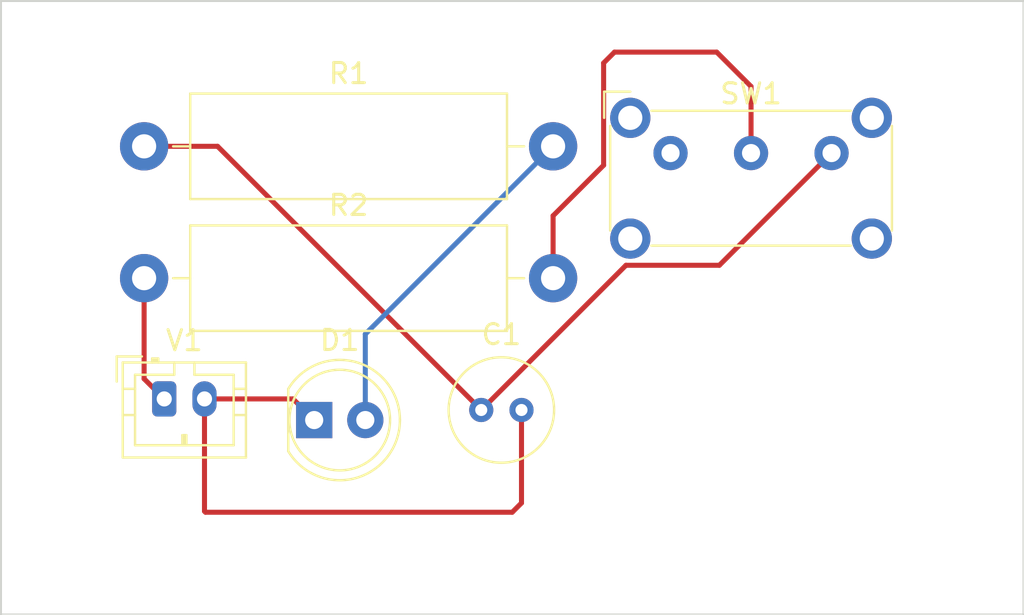
<source format=kicad_pcb>
(kicad_pcb (version 20211014) (generator pcbnew)
  (layers (0 "F.Cu" signal) (31 "B.Cu" signal) (34 "B.Paste" user) (35 "F.Paste" user) (36 "B.SilkS" user "B.Silkscreen") (37 "F.SilkS" user "F.Silkscreen") (38 "B.Mask" user) (39 "F.Mask" user) (44 "Edge.Cuts" user))
  (net 0 "")
  (net 1 "Net-(C1-Pad1)")
  (net 2 "Net-(C1-Pad2)")
  (net 3 "Net-(D1-Pad2)")
  (net 4 "Net-(R2-Pad1)")
  (net 5 "Net-(R2-Pad2)")
  (footprint "LED_THT:LED_D5.0mm" (layer "F.Cu") (at 140.02 91.94)
    (fp_text reference "D1" (at 1.27 -3.96) (layer "F.SilkS"))
    (fp_text value "LED")
    (fp_line (start -1.29 -1.545) (end -1.29 1.545) (layer "F.SilkS") (width 0.12))
    (fp_arc (start -1.29 -1.54483) (mid 2.072002 -2.880433) (end 4.26 0.000462) (layer "F.SilkS") (width 0.12))
    (fp_arc (start 4.26 -0.000462) (mid 2.072002 2.880433) (end -1.29 1.54483) (layer "F.SilkS") (width 0.12))
    (fp_circle (center 1.27 0) (end 3.77 0) (layer "F.SilkS") (width 0.12) (fill none))
    (pad "1" thru_hole rect (at 0 0) (size 1.8 1.8) (drill 0.9) (layers *.Cu *.Mask) (net 2 "Net-(C1-Pad2)"))
    (pad "2" thru_hole circle (at 2.54 0) (size 1.8 1.8) (drill 0.9) (layers *.Cu *.Mask) (net 3 "Net-(D1-Pad2)"))
  )
  (footprint "Capacitor_THT:C_Radial_D5.0mm_H5.0mm_P2.00mm" (layer "F.Cu") (at 148.32 91.44)
    (fp_text reference "C1" (at 1 -3.75) (layer "F.SilkS"))
    (fp_text value "C_Polarized")
    (fp_circle (center 1 0) (end 3.62 0) (layer "F.SilkS") (width 0.12) (fill none))
    (pad "1" thru_hole circle (at 0 0) (size 1.2 1.2) (drill 0.6) (layers *.Cu *.Mask) (net 1 "Net-(C1-Pad1)"))
    (pad "2" thru_hole circle (at 2 0) (size 1.2 1.2) (drill 0.6) (layers *.Cu *.Mask) (net 2 "Net-(C1-Pad2)"))
  )
  (footprint "Button_Switch_THT:SW_E-Switch_EG1224_SPDT_Angled" (layer "F.Cu") (at 157.725 78.675)
    (fp_text reference "SW1" (at 4 -2.95) (layer "F.SilkS"))
    (fp_text value "SW_SPDT")
    (fp_line (start -3 3.85) (end -3 -1.35) (layer "F.SilkS") (width 0.12))
    (fp_line (start 11 -1.35) (end 11 3.85) (layer "F.SilkS") (width 0.12))
    (fp_line (start -3.3 -3.05) (end -2 -3.05) (layer "F.SilkS") (width 0.12))
    (fp_line (start 8.95 4.6) (end -0.95 4.6) (layer "F.SilkS") (width 0.12))
    (fp_line (start -0.95 -2.1) (end 8.95 -2.1) (layer "F.SilkS") (width 0.12))
    (fp_line (start -3.3 -1.75) (end -3.3 -3.05) (layer "F.SilkS") (width 0.12))
    (pad "" thru_hole circle (at 10 4.25) (size 2 2) (drill 1.2) (layers *.Cu *.Mask))
    (pad "" thru_hole circle (at -2 4.25) (size 2 2) (drill 1.2) (layers *.Cu *.Mask))
    (pad "" thru_hole circle (at 10 -1.75) (size 2 2) (drill 1.2) (layers *.Cu *.Mask))
    (pad "" thru_hole circle (at -2 -1.75) (size 2 2) (drill 1.2) (layers *.Cu *.Mask))
    (pad "1" thru_hole circle (at 0 0) (size 1.7 1.7) (drill 0.9) (layers *.Cu *.Mask))
    (pad "2" thru_hole circle (at 4 0) (size 1.7 1.7) (drill 0.9) (layers *.Cu *.Mask) (net 5 "Net-(R2-Pad2)"))
    (pad "3" thru_hole circle (at 8 0) (size 1.7 1.7) (drill 0.9) (layers *.Cu *.Mask) (net 1 "Net-(C1-Pad1)"))
  )
  (footprint "Connector_JST:JST_PH_B2B-PH-K_1x02_P2.00mm_Vertical" (layer "F.Cu") (at 132.57 90.89)
    (fp_text reference "V1" (at 1 -2.9) (layer "F.SilkS"))
    (fp_text value "9V")
    (fp_line (start 1.1 1.8) (end 1.1 2.3) (layer "F.SilkS") (width 0.12))
    (fp_line (start 1.5 -1.2) (end 1.5 -1.81) (layer "F.SilkS") (width 0.12))
    (fp_line (start -2.06 0.8) (end -1.45 0.8) (layer "F.SilkS") (width 0.12))
    (fp_line (start 4.06 -1.81) (end -2.06 -1.81) (layer "F.SilkS") (width 0.12))
    (fp_line (start -2.06 2.91) (end 4.06 2.91) (layer "F.SilkS") (width 0.12))
    (fp_line (start 3.45 -1.2) (end 1.5 -1.2) (layer "F.SilkS") (width 0.12))
    (fp_line (start 4.06 -0.5) (end 3.45 -0.5) (layer "F.SilkS") (width 0.12))
    (fp_line (start -0.3 -2.01) (end -0.6 -2.01) (layer "F.SilkS") (width 0.12))
    (fp_line (start 4.06 0.8) (end 3.45 0.8) (layer "F.SilkS") (width 0.12))
    (fp_line (start -1.11 -2.11) (end -2.36 -2.11) (layer "F.SilkS") (width 0.12))
    (fp_line (start -1.45 -1.2) (end -1.45 2.3) (layer "F.SilkS") (width 0.12))
    (fp_line (start 0.5 -1.2) (end -1.45 -1.2) (layer "F.SilkS") (width 0.12))
    (fp_line (start -2.06 -0.5) (end -1.45 -0.5) (layer "F.SilkS") (width 0.12))
    (fp_line (start -2.06 -1.81) (end -2.06 2.91) (layer "F.SilkS") (width 0.12))
    (fp_line (start -0.3 -1.81) (end -0.3 -2.01) (layer "F.SilkS") (width 0.12))
    (fp_line (start 0.9 1.8) (end 1.1 1.8) (layer "F.SilkS") (width 0.12))
    (fp_line (start 4.06 2.91) (end 4.06 -1.81) (layer "F.SilkS") (width 0.12))
    (fp_line (start -2.36 -2.11) (end -2.36 -0.86) (layer "F.SilkS") (width 0.12))
    (fp_line (start 0.5 -1.81) (end 0.5 -1.2) (layer "F.SilkS") (width 0.12))
    (fp_line (start -0.6 -2.01) (end -0.6 -1.81) (layer "F.SilkS") (width 0.12))
    (fp_line (start 0.9 2.3) (end 0.9 1.8) (layer "F.SilkS") (width 0.12))
    (fp_line (start 1 2.3) (end 1 1.8) (layer "F.SilkS") (width 0.12))
    (fp_line (start -1.45 2.3) (end 3.45 2.3) (layer "F.SilkS") (width 0.12))
    (fp_line (start 3.45 2.3) (end 3.45 -1.2) (layer "F.SilkS") (width 0.12))
    (fp_line (start -0.3 -1.91) (end -0.6 -1.91) (layer "F.SilkS") (width 0.12))
    (pad "1" thru_hole roundrect (at 0 0) (size 1.2 1.75) (drill 0.75) (layers *.Cu *.Mask) (roundrect_rratio 0.208333) (net 4 "Net-(R2-Pad1)"))
    (pad "2" thru_hole oval (at 2 0) (size 1.2 1.75) (drill 0.75) (layers *.Cu *.Mask) (net 2 "Net-(C1-Pad2)"))
  )
  (footprint "Resistor_THT:R_Axial_DIN0516_L15.5mm_D5.0mm_P20.32mm_Horizontal" (layer "F.Cu") (at 131.57 78.34)
    (fp_text reference "R1" (at 10.16 -3.62) (layer "F.SilkS"))
    (fp_text value "R")
    (fp_line (start 18.03 2.62) (end 18.03 -2.62) (layer "F.SilkS") (width 0.12))
    (fp_line (start 2.29 -2.62) (end 2.29 2.62) (layer "F.SilkS") (width 0.12))
    (fp_line (start 2.29 2.62) (end 18.03 2.62) (layer "F.SilkS") (width 0.12))
    (fp_line (start 18.03 -2.62) (end 2.29 -2.62) (layer "F.SilkS") (width 0.12))
    (fp_line (start 1.44 0) (end 2.29 0) (layer "F.SilkS") (width 0.12))
    (fp_line (start 18.88 0) (end 18.03 0) (layer "F.SilkS") (width 0.12))
    (pad "1" thru_hole circle (at 0 0) (size 2.4 2.4) (drill 1.2) (layers *.Cu *.Mask) (net 1 "Net-(C1-Pad1)"))
    (pad "2" thru_hole oval (at 20.32 0) (size 2.4 2.4) (drill 1.2) (layers *.Cu *.Mask) (net 3 "Net-(D1-Pad2)"))
  )
  (footprint "Resistor_THT:R_Axial_DIN0516_L15.5mm_D5.0mm_P20.32mm_Horizontal" (layer "F.Cu") (at 131.57 84.89)
    (fp_text reference "R2" (at 10.16 -3.62) (layer "F.SilkS"))
    (fp_text value "R")
    (fp_line (start 18.03 2.62) (end 18.03 -2.62) (layer "F.SilkS") (width 0.12))
    (fp_line (start 18.88 0) (end 18.03 0) (layer "F.SilkS") (width 0.12))
    (fp_line (start 18.03 -2.62) (end 2.29 -2.62) (layer "F.SilkS") (width 0.12))
    (fp_line (start 2.29 -2.62) (end 2.29 2.62) (layer "F.SilkS") (width 0.12))
    (fp_line (start 2.29 2.62) (end 18.03 2.62) (layer "F.SilkS") (width 0.12))
    (fp_line (start 1.44 0) (end 2.29 0) (layer "F.SilkS") (width 0.12))
    (pad "1" thru_hole circle (at 0 0) (size 2.4 2.4) (drill 1.2) (layers *.Cu *.Mask) (net 4 "Net-(R2-Pad1)"))
    (pad "2" thru_hole oval (at 20.32 0) (size 2.4 2.4) (drill 1.2) (layers *.Cu *.Mask) (net 5 "Net-(R2-Pad2)"))
  )
  (gr_line (start 124.46 101.6) (end 124.46 71.12) (layer "Edge.Cuts") (width 0.1))
  (gr_line (start 175.26 71.12) (end 175.26 101.6) (layer "Edge.Cuts") (width 0.1))
  (gr_line (start 175.26 101.6) (end 124.46 101.6) (layer "Edge.Cuts") (width 0.1))
  (gr_line (start 124.46 71.12) (end 175.26 71.12) (layer "Edge.Cuts") (width 0.1))
  (segment (start 131.57 78.34) (end 135.22 78.34) (width 0.25) (layer "F.Cu") (net 1))
  (segment (start 148.32 91.44) (end 155.51 84.25) (width 0.25) (layer "F.Cu") (net 1))
  (segment (start 135.22 78.34) (end 148.32 91.44) (width 0.25) (layer "F.Cu") (net 1))
  (segment (start 155.51 84.25) (end 160.15 84.25) (width 0.25) (layer "F.Cu") (net 1))
  (segment (start 160.15 84.25) (end 165.725 78.675) (width 0.25) (layer "F.Cu") (net 1))
  (segment (start 134.62 96.52) (end 134.57 96.47) (width 0.25) (layer "F.Cu") (net 2))
  (segment (start 134.57 96.47) (end 134.57 90.89) (width 0.25) (layer "F.Cu") (net 2))
  (segment (start 138.97 90.89) (end 140.02 91.94) (width 0.25) (layer "F.Cu") (net 2))
  (segment (start 150.32 91.44) (end 150.32 96.06) (width 0.25) (layer "F.Cu") (net 2))
  (segment (start 134.57 90.89) (end 138.97 90.89) (width 0.25) (layer "F.Cu") (net 2))
  (segment (start 149.86 96.52) (end 134.62 96.52) (width 0.25) (layer "F.Cu") (net 2))
  (segment (start 150.32 96.06) (end 149.86 96.52) (width 0.25) (layer "F.Cu") (net 2))
  (segment (start 142.56 87.67) (end 151.89 78.34) (width 0.25) (layer "B.Cu") (net 3))
  (segment (start 142.56 91.94) (end 142.56 87.67) (width 0.25) (layer "B.Cu") (net 3))
  (segment (start 131.57 89.89) (end 132.57 90.89) (width 0.25) (layer "F.Cu") (net 4))
  (segment (start 131.57 84.89) (end 131.57 89.89) (width 0.25) (layer "F.Cu") (net 4))
  (segment (start 154.94 73.66) (end 160.02 73.66) (width 0.25) (layer "F.Cu") (net 5))
  (segment (start 154.4 74.2) (end 154.94 73.66) (width 0.25) (layer "F.Cu") (net 5))
  (segment (start 151.89 81.79) (end 154.4 79.28) (width 0.25) (layer "F.Cu") (net 5))
  (segment (start 154.4 79.28) (end 154.4 74.2) (width 0.25) (layer "F.Cu") (net 5))
  (segment (start 160.02 73.66) (end 161.725 75.365) (width 0.25) (layer "F.Cu") (net 5))
  (segment (start 151.89 84.89) (end 151.89 81.79) (width 0.25) (layer "F.Cu") (net 5))
  (segment (start 161.725 75.365) (end 161.725 78.675) (width 0.25) (layer "F.Cu") (net 5))
)
</source>
